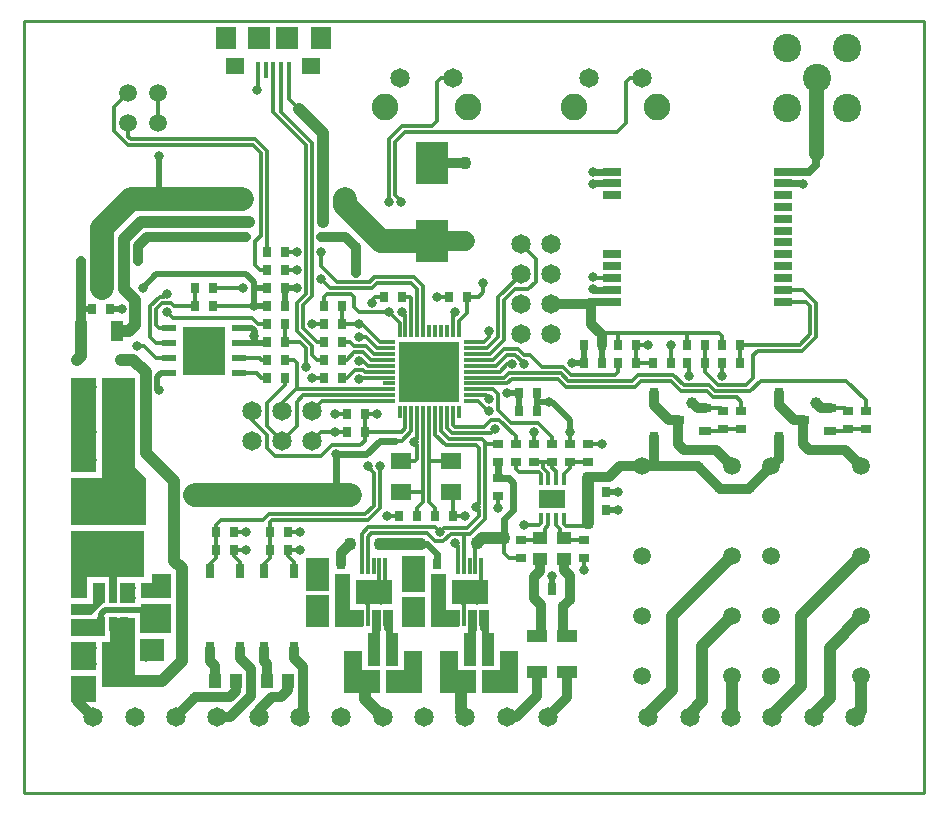
<source format=gbr>
G04 EAGLE Gerber RS-274X export*
G75*
%MOMM*%
%FSLAX34Y34*%
%LPD*%
%INTop Copper*%
%IPPOS*%
%AMOC8*
5,1,8,0,0,1.08239X$1,22.5*%
G01*
%ADD10R,0.762000X0.889000*%
%ADD11C,1.650000*%
%ADD12C,2.400000*%
%ADD13R,0.889000X0.762000*%
%ADD14R,0.635000X1.016000*%
%ADD15R,1.016000X1.778000*%
%ADD16R,1.778000X1.016000*%
%ADD17R,1.016000X0.304800*%
%ADD18R,0.304800X1.016000*%
%ADD19R,5.080000X5.080000*%
%ADD20R,0.762000X1.270000*%
%ADD21R,2.286000X1.524000*%
%ADD22R,0.304800X0.762000*%
%ADD23R,3.556000X4.064000*%
%ADD24R,1.143000X0.508000*%
%ADD25C,1.508000*%
%ADD26R,1.524000X0.700000*%
%ADD27R,1.016000X0.635000*%
%ADD28R,1.016000X1.270000*%
%ADD29R,1.270000X1.016000*%
%ADD30R,1.651000X1.397000*%
%ADD31R,1.800000X1.900000*%
%ADD32R,1.900000X1.900000*%
%ADD33R,1.600000X1.400000*%
%ADD34R,0.400000X1.400000*%
%ADD35C,2.250000*%
%ADD36R,2.794000X3.556000*%
%ADD37R,0.635000X1.143000*%
%ADD38R,3.400000X2.600000*%
%ADD39R,0.300000X1.397000*%
%ADD40C,1.006400*%
%ADD41C,0.806400*%
%ADD42C,0.304800*%
%ADD43C,0.508000*%
%ADD44C,0.812800*%
%ADD45C,0.609600*%
%ADD46C,1.106400*%
%ADD47C,1.651000*%
%ADD48C,0.762000*%
%ADD49C,2.032000*%
%ADD50C,1.016000*%
%ADD51C,0.685800*%
%ADD52C,1.270000*%
%ADD53C,0.635000*%
%ADD54C,0.254000*%

G36*
X102875Y227329D02*
X102875Y227329D01*
X102875Y227330D01*
X102875Y266700D01*
X102873Y266702D01*
X102874Y266704D01*
X93985Y275592D01*
X93985Y351790D01*
X93981Y351795D01*
X93980Y351795D01*
X66040Y351795D01*
X66035Y351791D01*
X66035Y351790D01*
X66035Y266705D01*
X39370Y266705D01*
X39365Y266701D01*
X39365Y266700D01*
X39365Y227330D01*
X39369Y227325D01*
X39370Y227325D01*
X102870Y227325D01*
X102875Y227329D01*
G37*
G36*
X53345Y165099D02*
X53345Y165099D01*
X53345Y165100D01*
X53345Y182875D01*
X101600Y182875D01*
X101605Y182879D01*
X101605Y182880D01*
X101605Y222250D01*
X101601Y222255D01*
X101600Y222255D01*
X39370Y222255D01*
X39365Y222251D01*
X39365Y222250D01*
X39365Y165100D01*
X39369Y165095D01*
X39370Y165095D01*
X53340Y165095D01*
X53345Y165099D01*
G37*
G36*
X60965Y271779D02*
X60965Y271779D01*
X60965Y271780D01*
X60965Y351790D01*
X60961Y351795D01*
X60960Y351795D01*
X39370Y351795D01*
X39365Y351791D01*
X39365Y351790D01*
X39365Y271780D01*
X39369Y271775D01*
X39370Y271775D01*
X60960Y271775D01*
X60965Y271779D01*
G37*
G36*
X93985Y90169D02*
X93985Y90169D01*
X93985Y90170D01*
X93985Y148590D01*
X93981Y148595D01*
X93980Y148595D01*
X72390Y148595D01*
X72385Y148591D01*
X72385Y148590D01*
X72385Y128275D01*
X66040Y128275D01*
X66035Y128271D01*
X66035Y128270D01*
X66035Y90170D01*
X66039Y90165D01*
X66040Y90165D01*
X93980Y90165D01*
X93985Y90169D01*
G37*
G36*
X417835Y85089D02*
X417835Y85089D01*
X417835Y85090D01*
X417835Y120650D01*
X417831Y120655D01*
X417830Y120655D01*
X402590Y120655D01*
X402585Y120651D01*
X402585Y120650D01*
X402585Y104145D01*
X387350Y104145D01*
X387345Y104141D01*
X387345Y104140D01*
X387345Y85090D01*
X387349Y85085D01*
X387350Y85085D01*
X417830Y85085D01*
X417835Y85089D01*
G37*
G36*
X336555Y85089D02*
X336555Y85089D01*
X336555Y85090D01*
X336555Y120650D01*
X336551Y120655D01*
X336550Y120655D01*
X321310Y120655D01*
X321305Y120651D01*
X321305Y120650D01*
X321305Y104145D01*
X306070Y104145D01*
X306065Y104141D01*
X306065Y104140D01*
X306065Y85090D01*
X306069Y85085D01*
X306070Y85085D01*
X336550Y85085D01*
X336555Y85089D01*
G37*
G36*
X382275Y85089D02*
X382275Y85089D01*
X382275Y85090D01*
X382275Y104140D01*
X382271Y104145D01*
X382270Y104145D01*
X367035Y104145D01*
X367035Y120650D01*
X367031Y120655D01*
X367030Y120655D01*
X351790Y120655D01*
X351785Y120651D01*
X351785Y120650D01*
X351785Y85090D01*
X351789Y85085D01*
X351790Y85085D01*
X382270Y85085D01*
X382275Y85089D01*
G37*
G36*
X300995Y85089D02*
X300995Y85089D01*
X300995Y85090D01*
X300995Y104140D01*
X300991Y104145D01*
X300990Y104145D01*
X285755Y104145D01*
X285755Y120650D01*
X285751Y120655D01*
X285750Y120655D01*
X270510Y120655D01*
X270505Y120651D01*
X270505Y120650D01*
X270505Y85090D01*
X270509Y85085D01*
X270510Y85085D01*
X300990Y85085D01*
X300995Y85089D01*
G37*
G36*
X287025Y140969D02*
X287025Y140969D01*
X287025Y140970D01*
X287025Y154940D01*
X287021Y154945D01*
X287020Y154945D01*
X275595Y154945D01*
X275595Y185420D01*
X275591Y185425D01*
X275590Y185425D01*
X262890Y185425D01*
X262885Y185421D01*
X262885Y185420D01*
X262885Y140970D01*
X262889Y140965D01*
X262890Y140965D01*
X287020Y140965D01*
X287025Y140969D01*
G37*
G36*
X368305Y140969D02*
X368305Y140969D01*
X368305Y140970D01*
X368305Y154940D01*
X368301Y154945D01*
X368300Y154945D01*
X356875Y154945D01*
X356875Y185420D01*
X356871Y185425D01*
X356870Y185425D01*
X344170Y185425D01*
X344165Y185421D01*
X344165Y185420D01*
X344165Y140970D01*
X344169Y140965D01*
X344170Y140965D01*
X368300Y140965D01*
X368305Y140969D01*
G37*
G36*
X124465Y135889D02*
X124465Y135889D01*
X124465Y135890D01*
X124465Y160020D01*
X124461Y160025D01*
X124460Y160025D01*
X99060Y160025D01*
X99055Y160021D01*
X99055Y160020D01*
X99055Y152405D01*
X97790Y152405D01*
X97785Y152401D01*
X97785Y152400D01*
X97785Y135890D01*
X97789Y135885D01*
X97790Y135885D01*
X124460Y135885D01*
X124465Y135889D01*
G37*
G36*
X392435Y160019D02*
X392435Y160019D01*
X392435Y160020D01*
X392435Y180340D01*
X392431Y180345D01*
X392430Y180345D01*
X361950Y180345D01*
X361945Y180341D01*
X361945Y180340D01*
X361945Y160020D01*
X361949Y160015D01*
X361950Y160015D01*
X392430Y160015D01*
X392435Y160019D01*
G37*
G36*
X311155Y160019D02*
X311155Y160019D01*
X311155Y160020D01*
X311155Y180340D01*
X311151Y180345D01*
X311150Y180345D01*
X280670Y180345D01*
X280665Y180341D01*
X280665Y180340D01*
X280665Y160020D01*
X280669Y160015D01*
X280670Y160015D01*
X311150Y160015D01*
X311155Y160019D01*
G37*
G36*
X339095Y170179D02*
X339095Y170179D01*
X339095Y170180D01*
X339095Y200660D01*
X339091Y200665D01*
X339090Y200665D01*
X320040Y200665D01*
X320035Y200661D01*
X320035Y200660D01*
X320035Y170180D01*
X320039Y170175D01*
X320040Y170175D01*
X339090Y170175D01*
X339095Y170179D01*
G37*
G36*
X257815Y171449D02*
X257815Y171449D01*
X257815Y171450D01*
X257815Y199390D01*
X257811Y199395D01*
X257810Y199395D01*
X238760Y199395D01*
X238755Y199391D01*
X238755Y199390D01*
X238755Y171450D01*
X238759Y171445D01*
X238760Y171445D01*
X257810Y171445D01*
X257815Y171449D01*
G37*
G36*
X60965Y104139D02*
X60965Y104139D01*
X60965Y104140D01*
X60965Y128270D01*
X60961Y128275D01*
X60960Y128275D01*
X39370Y128275D01*
X39365Y128271D01*
X39365Y128270D01*
X39365Y104140D01*
X39369Y104135D01*
X39370Y104135D01*
X60960Y104135D01*
X60965Y104139D01*
G37*
G36*
X257815Y140969D02*
X257815Y140969D01*
X257815Y140970D01*
X257815Y167640D01*
X257811Y167645D01*
X257810Y167645D01*
X238760Y167645D01*
X238755Y167641D01*
X238755Y167640D01*
X238755Y140970D01*
X238759Y140965D01*
X238760Y140965D01*
X257810Y140965D01*
X257815Y140969D01*
G37*
G36*
X339095Y140969D02*
X339095Y140969D01*
X339095Y140970D01*
X339095Y166370D01*
X339091Y166375D01*
X339090Y166375D01*
X320040Y166375D01*
X320035Y166371D01*
X320035Y166370D01*
X320035Y140970D01*
X320039Y140965D01*
X320040Y140965D01*
X339090Y140965D01*
X339095Y140969D01*
G37*
G36*
X60965Y77469D02*
X60965Y77469D01*
X60965Y77470D01*
X60965Y99060D01*
X60961Y99065D01*
X60960Y99065D01*
X39370Y99065D01*
X39365Y99061D01*
X39365Y99060D01*
X39365Y77470D01*
X39369Y77465D01*
X39370Y77465D01*
X60960Y77465D01*
X60965Y77469D01*
G37*
G36*
X124465Y165099D02*
X124465Y165099D01*
X124465Y165100D01*
X124465Y185420D01*
X124461Y185425D01*
X124460Y185425D01*
X107950Y185425D01*
X107945Y185421D01*
X107945Y185420D01*
X107945Y177805D01*
X99060Y177805D01*
X99055Y177801D01*
X99055Y177800D01*
X99055Y165100D01*
X99059Y165095D01*
X99060Y165095D01*
X124460Y165095D01*
X124465Y165099D01*
G37*
G36*
X316235Y107949D02*
X316235Y107949D01*
X316235Y107950D01*
X316235Y135890D01*
X316231Y135895D01*
X316230Y135895D01*
X312425Y135895D01*
X312425Y154940D01*
X312421Y154945D01*
X312420Y154945D01*
X304800Y154945D01*
X304795Y154941D01*
X304795Y154940D01*
X304795Y138430D01*
X304797Y138428D01*
X304796Y138426D01*
X306065Y137158D01*
X306065Y107950D01*
X306069Y107945D01*
X306070Y107945D01*
X316230Y107945D01*
X316235Y107949D01*
G37*
G36*
X397515Y107949D02*
X397515Y107949D01*
X397515Y107950D01*
X397515Y135890D01*
X397511Y135895D01*
X397510Y135895D01*
X393705Y135895D01*
X393705Y154940D01*
X393701Y154945D01*
X393700Y154945D01*
X386080Y154945D01*
X386075Y154941D01*
X386075Y154940D01*
X386075Y138430D01*
X386077Y138428D01*
X386076Y138426D01*
X387345Y137158D01*
X387345Y107950D01*
X387349Y107945D01*
X387350Y107945D01*
X397510Y107945D01*
X397515Y107949D01*
G37*
G36*
X382275Y107949D02*
X382275Y107949D01*
X382275Y107950D01*
X382275Y137158D01*
X383544Y138426D01*
X383544Y138429D01*
X383545Y138430D01*
X383545Y154940D01*
X383541Y154945D01*
X383540Y154945D01*
X375920Y154945D01*
X375915Y154941D01*
X375915Y154940D01*
X375915Y135895D01*
X372110Y135895D01*
X372105Y135891D01*
X372105Y135890D01*
X372105Y107950D01*
X372109Y107945D01*
X372110Y107945D01*
X382270Y107945D01*
X382275Y107949D01*
G37*
G36*
X300995Y107949D02*
X300995Y107949D01*
X300995Y107950D01*
X300995Y137158D01*
X302264Y138426D01*
X302264Y138429D01*
X302265Y138430D01*
X302265Y154940D01*
X302261Y154945D01*
X302260Y154945D01*
X294640Y154945D01*
X294635Y154941D01*
X294635Y154940D01*
X294635Y135895D01*
X290830Y135895D01*
X290825Y135891D01*
X290825Y135890D01*
X290825Y107950D01*
X290829Y107945D01*
X290830Y107945D01*
X300990Y107945D01*
X300995Y107949D01*
G37*
G36*
X68585Y133349D02*
X68585Y133349D01*
X68585Y133350D01*
X68585Y147320D01*
X68581Y147325D01*
X68580Y147325D01*
X39370Y147325D01*
X39365Y147321D01*
X39365Y147320D01*
X39365Y133350D01*
X39369Y133345D01*
X39370Y133345D01*
X68580Y133345D01*
X68585Y133349D01*
G37*
G36*
X118115Y111759D02*
X118115Y111759D01*
X118115Y111760D01*
X118115Y130810D01*
X118111Y130815D01*
X118110Y130815D01*
X97790Y130815D01*
X97785Y130811D01*
X97785Y130810D01*
X97785Y111760D01*
X97789Y111755D01*
X97790Y111755D01*
X118110Y111755D01*
X118115Y111759D01*
G37*
G36*
X57152Y151127D02*
X57152Y151127D01*
X57154Y151126D01*
X68584Y162556D01*
X68584Y162559D01*
X68585Y162560D01*
X68585Y177800D01*
X68581Y177805D01*
X68580Y177805D01*
X58420Y177805D01*
X58415Y177801D01*
X58415Y177800D01*
X58415Y160025D01*
X39370Y160025D01*
X39365Y160021D01*
X39365Y160020D01*
X39365Y151130D01*
X39369Y151125D01*
X39370Y151125D01*
X57150Y151125D01*
X57152Y151127D01*
G37*
G36*
X93985Y161289D02*
X93985Y161289D01*
X93985Y161290D01*
X93985Y177800D01*
X93981Y177805D01*
X93980Y177805D01*
X81280Y177805D01*
X81275Y177801D01*
X81275Y177800D01*
X81275Y161290D01*
X81279Y161285D01*
X81280Y161285D01*
X93980Y161285D01*
X93985Y161289D01*
G37*
D10*
X419100Y323850D03*
X434340Y323850D03*
X72390Y410210D03*
X57150Y410210D03*
X473710Y379730D03*
X488950Y379730D03*
X473710Y364490D03*
X488950Y364490D03*
X547370Y364490D03*
X532130Y364490D03*
X419100Y339090D03*
X434340Y339090D03*
X492760Y240030D03*
X477520Y240030D03*
X492760Y255270D03*
X477520Y255270D03*
X269240Y397510D03*
X254000Y397510D03*
X205740Y427990D03*
X220980Y427990D03*
X205740Y412750D03*
X220980Y412750D03*
X317500Y234950D03*
X332740Y234950D03*
X363220Y234950D03*
X347980Y234950D03*
X304800Y420370D03*
X320040Y420370D03*
X254000Y351790D03*
X269240Y351790D03*
X273050Y321310D03*
X288290Y321310D03*
D11*
X218440Y298450D03*
X193040Y323850D03*
X193040Y298450D03*
X243840Y323850D03*
X243840Y298450D03*
X218440Y323850D03*
X420370Y388620D03*
X445770Y464820D03*
X445770Y439420D03*
X420370Y464820D03*
X420370Y439420D03*
X420370Y414020D03*
X445770Y414020D03*
X445770Y388620D03*
D12*
X671000Y605790D03*
X645600Y631190D03*
X645600Y580390D03*
X696400Y580390D03*
X696400Y631190D03*
D11*
X443500Y64770D03*
X408500Y64770D03*
X373500Y64770D03*
X338500Y64770D03*
X303500Y64770D03*
X268500Y64770D03*
X233500Y64770D03*
X198500Y64770D03*
X163500Y64770D03*
X128500Y64770D03*
X93500Y64770D03*
X58500Y64770D03*
X703500Y64770D03*
X668500Y64770D03*
X633500Y64770D03*
X598500Y64770D03*
X563500Y64770D03*
X528500Y64770D03*
D13*
X81915Y367030D03*
X45085Y367030D03*
D10*
X638810Y301625D03*
X638810Y338455D03*
D13*
X81915Y95250D03*
X45085Y95250D03*
X81915Y344170D03*
X45085Y344170D03*
D14*
X437540Y149860D03*
X456540Y149860D03*
X447040Y172720D03*
D10*
X533400Y301625D03*
X533400Y338455D03*
D15*
X78740Y391160D03*
X48260Y391160D03*
D16*
X434340Y102870D03*
X434340Y133350D03*
X459740Y102870D03*
X459740Y133350D03*
D17*
X308610Y381870D03*
X308610Y376870D03*
X308610Y371870D03*
X308610Y366870D03*
X308610Y361870D03*
X308610Y356870D03*
X308610Y351870D03*
X308610Y346870D03*
X308610Y341870D03*
X308610Y336870D03*
X308610Y331870D03*
D18*
X317900Y322580D03*
X322900Y322580D03*
X327900Y322580D03*
X332900Y322580D03*
X337900Y322580D03*
X342900Y322580D03*
X347900Y322580D03*
X352900Y322580D03*
X357900Y322580D03*
X362900Y322580D03*
X367900Y322580D03*
D17*
X377190Y331870D03*
X377190Y336870D03*
X377190Y341870D03*
X377190Y346870D03*
X377190Y351870D03*
X377190Y356870D03*
X377190Y361870D03*
X377190Y366870D03*
X377190Y371870D03*
X377190Y376870D03*
X377190Y381870D03*
D18*
X367900Y391160D03*
X362900Y391160D03*
X357900Y391160D03*
X352900Y391160D03*
X347900Y391160D03*
X342900Y391160D03*
X337900Y391160D03*
X332900Y391160D03*
X327900Y391160D03*
X322900Y391160D03*
X317900Y391160D03*
D19*
X342900Y356870D03*
D20*
X157480Y121940D03*
X182880Y121940D03*
X182880Y187940D03*
X157480Y187940D03*
X203200Y121940D03*
X228600Y121940D03*
X228600Y187940D03*
X203200Y187940D03*
D21*
X447040Y248920D03*
D22*
X456790Y264160D03*
X450290Y264160D03*
X443790Y264160D03*
X437290Y264160D03*
X437290Y233680D03*
X443790Y233680D03*
X450290Y233680D03*
X456790Y233680D03*
D23*
X152400Y374650D03*
D24*
X122555Y393700D03*
X122555Y381000D03*
X122555Y368300D03*
X122555Y355600D03*
X182245Y355600D03*
X182245Y368300D03*
X182245Y381000D03*
X182245Y393700D03*
D25*
X113700Y567690D03*
X88300Y567690D03*
X113700Y593090D03*
X88300Y593090D03*
D26*
X642620Y416210D03*
X642620Y426210D03*
X642620Y436210D03*
X642620Y446210D03*
X642620Y456210D03*
X642620Y466210D03*
X642620Y476210D03*
X642620Y486210D03*
X642620Y496210D03*
X642620Y506210D03*
X642620Y516210D03*
X642620Y526210D03*
X497840Y526210D03*
X497840Y516210D03*
X497840Y506210D03*
X497840Y456210D03*
X497840Y446210D03*
X497840Y436210D03*
X497840Y426210D03*
X497840Y416210D03*
D27*
X576580Y306730D03*
X576580Y325730D03*
X553720Y316230D03*
X681990Y306730D03*
X681990Y325730D03*
X659130Y316230D03*
D10*
X273050Y306070D03*
X288290Y306070D03*
X205740Y367030D03*
X220980Y367030D03*
X205740Y351790D03*
X220980Y351790D03*
X205740Y397510D03*
X220980Y397510D03*
X205740Y382270D03*
X220980Y382270D03*
X254000Y382270D03*
X269240Y382270D03*
D28*
X179070Y95250D03*
X161290Y95250D03*
D10*
X177800Y220980D03*
X162560Y220980D03*
D28*
X223520Y95250D03*
X205740Y95250D03*
D10*
X223520Y220980D03*
X208280Y220980D03*
D13*
X462280Y295910D03*
X462280Y280670D03*
X477520Y295910D03*
X477520Y280670D03*
D10*
X254000Y367030D03*
X269240Y367030D03*
D13*
X431800Y295910D03*
X431800Y280670D03*
X447040Y295910D03*
X447040Y280670D03*
X416560Y295910D03*
X416560Y280670D03*
X473710Y199390D03*
X473710Y214630D03*
D29*
X457200Y198120D03*
X457200Y215900D03*
X436880Y198120D03*
X436880Y215900D03*
D13*
X420370Y199390D03*
X420370Y214630D03*
X607060Y308610D03*
X607060Y323850D03*
X591820Y323850D03*
X591820Y308610D03*
X712470Y308610D03*
X712470Y323850D03*
D10*
X590550Y364490D03*
X605790Y364490D03*
D13*
X697230Y323850D03*
X697230Y308610D03*
D10*
X220980Y458470D03*
X205740Y458470D03*
X220980Y443230D03*
X205740Y443230D03*
X269240Y412750D03*
X254000Y412750D03*
X160020Y427990D03*
X144780Y427990D03*
X160020Y412750D03*
X144780Y412750D03*
X605790Y379730D03*
X590550Y379730D03*
X561340Y364490D03*
X576580Y364490D03*
X576580Y379730D03*
X561340Y379730D03*
X518160Y364490D03*
X502920Y364490D03*
X518160Y379730D03*
X502920Y379730D03*
D30*
X319405Y254635D03*
X361315Y254635D03*
X361315Y281305D03*
X319405Y281305D03*
D31*
X251000Y639550D03*
D32*
X223000Y639550D03*
D31*
X171000Y639550D03*
D32*
X199000Y639550D03*
D33*
X243000Y615550D03*
X179000Y615550D03*
D34*
X211000Y612550D03*
X217500Y612550D03*
X224000Y612550D03*
X204500Y612550D03*
X198000Y612550D03*
D11*
X363500Y605790D03*
X318500Y605790D03*
D35*
X376000Y580790D03*
X306000Y580790D03*
D11*
X523500Y605790D03*
X478500Y605790D03*
D35*
X536000Y580790D03*
X466000Y580790D03*
D36*
X345440Y467360D03*
X345440Y533400D03*
D10*
X359410Y420370D03*
X374650Y420370D03*
D37*
X65430Y142875D03*
X74930Y142875D03*
X84430Y142875D03*
X84430Y167005D03*
X74930Y167005D03*
X65430Y167005D03*
D15*
X48260Y119380D03*
X78740Y119380D03*
X48260Y281940D03*
X78740Y281940D03*
X48260Y306070D03*
X78740Y306070D03*
D38*
X74930Y253790D03*
X74930Y195790D03*
D13*
X46990Y170180D03*
X46990Y154940D03*
D10*
X55880Y325120D03*
X71120Y325120D03*
D13*
X102870Y125730D03*
X102870Y140970D03*
X118110Y170180D03*
X118110Y154940D03*
X102870Y154940D03*
X102870Y170180D03*
D25*
X523240Y276860D03*
X599440Y149860D03*
X599440Y276860D03*
X523240Y149860D03*
X523240Y200660D03*
X599440Y200660D03*
X523240Y99060D03*
X599440Y99060D03*
X632460Y276860D03*
X708660Y149860D03*
X708660Y276860D03*
X632460Y149860D03*
X632460Y200660D03*
X708660Y200660D03*
X632460Y99060D03*
X708660Y99060D03*
D10*
X377190Y129540D03*
X392430Y129540D03*
X361950Y114300D03*
X377190Y114300D03*
X407670Y114300D03*
X392430Y114300D03*
D15*
X400050Y95250D03*
X369570Y95250D03*
D10*
X177800Y205740D03*
X162560Y205740D03*
X223520Y205740D03*
X208280Y205740D03*
X334010Y161290D03*
X349250Y161290D03*
X334010Y146050D03*
X349250Y146050D03*
D13*
X401320Y266700D03*
X401320Y251460D03*
X401320Y280670D03*
X401320Y295910D03*
D10*
X349250Y194310D03*
X334010Y194310D03*
D28*
X332740Y177800D03*
X350520Y177800D03*
D15*
X288290Y95250D03*
X318770Y95250D03*
D10*
X311150Y114300D03*
X326390Y114300D03*
X295910Y114300D03*
X280670Y114300D03*
X295910Y129540D03*
X311150Y129540D03*
X252730Y146050D03*
X267970Y146050D03*
X252730Y161290D03*
X267970Y161290D03*
D28*
X251460Y177800D03*
X269240Y177800D03*
D10*
X267970Y194310D03*
X252730Y194310D03*
D39*
X305910Y192405D03*
X300910Y192405D03*
X295910Y192405D03*
X290910Y192405D03*
X285910Y192405D03*
X285910Y147955D03*
X290910Y147955D03*
X295910Y147955D03*
X300910Y147955D03*
X305910Y147955D03*
X387190Y192405D03*
X382190Y192405D03*
X377190Y192405D03*
X372190Y192405D03*
X367190Y192405D03*
X367190Y147955D03*
X372190Y147955D03*
X377190Y147955D03*
X382190Y147955D03*
X387190Y147955D03*
D40*
X565150Y330200D03*
X670560Y330200D03*
D41*
X447040Y184150D03*
X307340Y234950D03*
X373380Y234950D03*
D42*
X317500Y234950D02*
X307340Y234950D01*
X363220Y234950D02*
X373380Y234950D01*
X363220Y234950D02*
X363220Y252730D01*
X361315Y254635D01*
D41*
X431800Y306070D03*
D42*
X431800Y295910D01*
X384410Y331870D02*
X377190Y331870D01*
D41*
X393700Y323850D03*
D42*
X392430Y323850D01*
X384410Y331870D01*
X437290Y233680D02*
X437290Y229010D01*
D41*
X422910Y227330D03*
D42*
X435610Y227330D02*
X437290Y229010D01*
X435610Y227330D02*
X422910Y227330D01*
D41*
X233680Y205740D03*
X187960Y205740D03*
X330200Y297180D03*
D42*
X332900Y299880D02*
X332900Y322580D01*
X332900Y299880D02*
X330200Y297180D01*
X332820Y294560D01*
X330835Y281305D02*
X319405Y281305D01*
X332820Y283290D02*
X332820Y294560D01*
X332820Y283290D02*
X330835Y281305D01*
D41*
X262890Y321310D03*
D42*
X273050Y321310D01*
D41*
X393700Y391160D03*
D42*
X389490Y381870D02*
X377190Y381870D01*
X393700Y386080D02*
X393700Y391160D01*
X393700Y386080D02*
X389490Y381870D01*
D41*
X502920Y255270D03*
D43*
X447040Y184150D02*
X447040Y172720D01*
D44*
X570230Y325730D02*
X576580Y325730D01*
X570230Y325730D02*
X565760Y330200D01*
X565150Y330200D01*
D41*
X82550Y410210D03*
X283210Y365760D03*
D42*
X290910Y361870D02*
X308610Y361870D01*
X287020Y365760D02*
X283210Y365760D01*
X287020Y365760D02*
X290910Y361870D01*
D41*
X243840Y351790D03*
D42*
X254000Y351790D01*
D41*
X152400Y374650D03*
X447040Y248920D03*
X231140Y427990D03*
X320040Y407670D03*
D42*
X322900Y404810D02*
X322900Y391160D01*
X322900Y404810D02*
X320040Y407670D01*
D41*
X243840Y397510D03*
X294640Y415290D03*
D42*
X297180Y420370D02*
X304800Y420370D01*
X297180Y420370D02*
X294640Y417830D01*
X294640Y415290D01*
D41*
X364490Y407670D03*
D42*
X362900Y406080D02*
X362900Y391160D01*
X362900Y406080D02*
X364490Y407670D01*
D41*
X463550Y364490D03*
X196850Y595630D03*
D42*
X243840Y397510D02*
X254000Y397510D01*
D41*
X481330Y525780D03*
X481330Y515620D03*
X659130Y515620D03*
X481330Y426720D03*
D45*
X481760Y526210D02*
X497840Y526210D01*
X481760Y526210D02*
X481330Y525780D01*
X481920Y516210D02*
X497840Y516210D01*
X481920Y516210D02*
X481330Y515620D01*
X481840Y426210D02*
X497840Y426210D01*
X481840Y426210D02*
X481330Y426720D01*
X642620Y516210D02*
X658540Y516210D01*
X659130Y515620D01*
D42*
X198000Y596780D02*
X198000Y612550D01*
X198000Y596780D02*
X196850Y595630D01*
D46*
X373380Y533400D03*
D44*
X345440Y533400D01*
D41*
X547370Y379730D03*
D42*
X547370Y364490D01*
D43*
X220980Y412750D02*
X220980Y427990D01*
X231140Y427990D01*
X473710Y379730D02*
X473710Y364490D01*
X463550Y364490D01*
X419100Y339090D02*
X419100Y323850D01*
X492760Y255270D02*
X502920Y255270D01*
D41*
X349250Y420370D03*
X473710Y189230D03*
D42*
X473710Y199390D01*
D41*
X171450Y640080D03*
D42*
X171450Y640000D01*
X171000Y639550D01*
D41*
X199390Y640080D03*
D42*
X199000Y639690D01*
X199000Y639550D01*
D41*
X223520Y640080D03*
D42*
X223520Y640070D01*
X223000Y639550D01*
D41*
X251460Y640080D03*
D42*
X251000Y639620D01*
X251000Y639550D01*
D41*
X179070Y614680D03*
D42*
X179000Y614750D01*
X179000Y615550D01*
D41*
X242570Y614680D03*
D42*
X243000Y615110D01*
X243000Y615550D01*
D41*
X342900Y356870D03*
X57150Y344170D03*
X45720Y325120D03*
X57150Y306070D03*
X57150Y281940D03*
X90170Y173990D03*
X90170Y165100D03*
X113030Y125730D03*
X57150Y123190D03*
X57150Y109220D03*
D43*
X72390Y410210D02*
X82550Y410210D01*
D42*
X576580Y325730D02*
X589940Y325730D01*
X591820Y323850D01*
X681990Y325730D02*
X695350Y325730D01*
X697230Y323850D01*
D44*
X681990Y325730D02*
X675030Y325730D01*
X670560Y330200D01*
D41*
X502920Y240030D03*
D43*
X492760Y240030D01*
D41*
X408940Y339090D03*
D43*
X419100Y339090D01*
D41*
X242570Y161290D03*
X242570Y146050D03*
X323850Y161290D03*
X323850Y146050D03*
X289560Y176530D03*
X289560Y163830D03*
X302260Y163830D03*
X302260Y176530D03*
D42*
X290910Y163830D02*
X290910Y147955D01*
X290910Y163830D02*
X289560Y163830D01*
X300910Y176530D02*
X300910Y192405D01*
X300910Y176530D02*
X302260Y176530D01*
X305910Y176530D02*
X305910Y192405D01*
X305910Y176530D02*
X302260Y176530D01*
D41*
X370840Y176530D03*
X383540Y176530D03*
X370840Y163830D03*
X383540Y163830D03*
D42*
X372190Y162480D02*
X372190Y147955D01*
X372190Y162480D02*
X370840Y163830D01*
X387190Y177640D02*
X387190Y192405D01*
X387190Y177640D02*
X386080Y176530D01*
X383540Y176530D01*
X187960Y205740D02*
X177800Y205740D01*
X177800Y200660D01*
X182880Y195580D02*
X182880Y187940D01*
X182880Y195580D02*
X177800Y200660D01*
X223520Y200660D02*
X223520Y205740D01*
X228600Y195580D02*
X228600Y187940D01*
X228600Y195580D02*
X223520Y200660D01*
X223520Y205740D02*
X233680Y205740D01*
X349250Y420370D02*
X359410Y420370D01*
D41*
X102870Y115570D03*
X231140Y443230D03*
D42*
X220980Y443230D01*
D41*
X114300Y341630D03*
D43*
X115570Y355600D02*
X122555Y355600D01*
X115570Y355600D02*
X112522Y352552D01*
X112522Y343408D02*
X114300Y341630D01*
X112522Y343408D02*
X112522Y352552D01*
D41*
X481330Y436880D03*
D42*
X482000Y436210D02*
X497840Y436210D01*
X482000Y436210D02*
X481330Y436880D01*
X518160Y379730D02*
X518160Y364490D01*
X532130Y364490D01*
D41*
X528320Y379730D03*
D42*
X518160Y379730D01*
D41*
X393700Y334010D03*
D42*
X390840Y336870D02*
X377190Y336870D01*
X390840Y336870D02*
X393700Y334010D01*
D41*
X462280Y306070D03*
D42*
X462280Y295910D01*
D46*
X477520Y228600D03*
D42*
X456790Y227740D02*
X456790Y233680D01*
X474980Y226060D02*
X477520Y228600D01*
X458470Y226060D02*
X456790Y227740D01*
X458470Y226060D02*
X474980Y226060D01*
X327900Y306310D02*
X327900Y322580D01*
X327900Y306310D02*
X320040Y298450D01*
D41*
X308610Y407670D03*
D42*
X317900Y398380D02*
X317900Y391160D01*
X317900Y398380D02*
X308610Y407670D01*
X367900Y399650D02*
X367900Y391160D01*
X367900Y399650D02*
X374650Y406400D01*
X113700Y567690D02*
X113700Y593090D01*
X283210Y407670D02*
X308610Y407670D01*
X283210Y407670D02*
X279400Y411480D01*
X279400Y420370D01*
X276860Y422910D02*
X256540Y422910D01*
X254000Y420370D01*
X254000Y412750D01*
X276860Y422910D02*
X279400Y420370D01*
D46*
X184150Y502920D03*
X271780Y502920D03*
X477520Y266700D03*
D41*
X114300Y539750D03*
X302260Y467360D03*
D46*
X373380Y467360D03*
D47*
X345440Y467360D01*
D43*
X434340Y339090D02*
X434340Y331470D01*
D41*
X388620Y431800D03*
D43*
X434340Y331470D02*
X434340Y323850D01*
D48*
X118110Y170180D02*
X102870Y170180D01*
D41*
X114300Y180340D03*
D46*
X95250Y252730D03*
X66040Y427990D03*
D49*
X66040Y478790D01*
D46*
X85090Y325120D03*
D44*
X495300Y267970D02*
X504190Y276860D01*
X523240Y276860D01*
X495300Y267970D02*
X478790Y267970D01*
X477520Y266700D01*
X523240Y276860D02*
X533400Y276860D01*
X570230Y276860D01*
X613410Y257810D02*
X632460Y276860D01*
X589280Y257810D02*
X570230Y276860D01*
X589280Y257810D02*
X613410Y257810D01*
X533400Y276860D02*
X533400Y301625D01*
X638810Y301625D02*
X638810Y283210D01*
X632460Y276860D01*
D41*
X262890Y306070D03*
D46*
X406400Y215900D03*
D50*
X477520Y255270D02*
X477520Y266700D01*
X477520Y255270D02*
X477520Y240030D01*
X477520Y228600D01*
D43*
X462280Y306070D02*
X462280Y316230D01*
D41*
X444500Y331470D03*
D43*
X434340Y331470D01*
X447040Y331470D02*
X462280Y316230D01*
X447040Y331470D02*
X444500Y331470D01*
D42*
X205740Y382270D02*
X204470Y381000D01*
D41*
X264160Y287020D03*
D45*
X289560Y287020D01*
X300990Y298450D01*
X313690Y298450D01*
D42*
X320040Y298450D01*
X273050Y306070D02*
X262890Y306070D01*
X251460Y306070D01*
X243840Y298450D01*
X374650Y406400D02*
X374650Y420370D01*
X384810Y420370D01*
X388620Y424180D02*
X388620Y431800D01*
X388620Y424180D02*
X384810Y420370D01*
D46*
X144780Y252730D03*
X383540Y212090D03*
D45*
X414020Y240030D02*
X414020Y262890D01*
X410210Y266700D01*
X401320Y266700D01*
X401320Y280670D01*
D46*
X335280Y210820D03*
D50*
X383540Y212090D02*
X387350Y215900D01*
X406400Y215900D01*
D45*
X406400Y232410D01*
X414020Y240030D01*
D46*
X300990Y210820D03*
D50*
X335280Y210820D01*
D46*
X275590Y252730D03*
D42*
X382190Y210740D02*
X382190Y192405D01*
X382190Y210740D02*
X383540Y212090D01*
D41*
X187960Y220980D03*
X233680Y220980D03*
X187960Y252730D03*
X233680Y252730D03*
D46*
X275590Y210820D03*
D44*
X267970Y203200D02*
X267970Y194310D01*
X267970Y203200D02*
X275590Y210820D01*
D42*
X410210Y199390D02*
X420370Y199390D01*
X406400Y203200D02*
X406400Y215900D01*
X406400Y203200D02*
X410210Y199390D01*
D41*
X95250Y378460D03*
D43*
X182245Y381000D02*
X195580Y381000D01*
X204470Y381000D01*
X195580Y386080D02*
X194310Y387350D01*
X195580Y386080D02*
X195580Y381000D01*
D42*
X122555Y368300D02*
X111760Y368300D01*
X101600Y378460D02*
X95250Y378460D01*
X101600Y378460D02*
X111760Y368300D01*
D41*
X194310Y387350D03*
D43*
X193040Y393700D02*
X182245Y393700D01*
X193040Y393700D02*
X195580Y391160D01*
X195580Y386080D01*
D41*
X194310Y412750D03*
D43*
X205740Y412750D01*
D49*
X271780Y497840D02*
X302260Y467360D01*
X271780Y497840D02*
X271780Y502920D01*
X302260Y467360D02*
X345440Y467360D01*
X90170Y502920D02*
X66040Y478790D01*
X90170Y502920D02*
X113030Y502920D01*
X184150Y502920D01*
D43*
X114300Y504190D02*
X114300Y539750D01*
X114300Y504190D02*
X113030Y502920D01*
D41*
X100330Y427990D03*
D43*
X194310Y427990D02*
X194310Y412750D01*
X194310Y427990D02*
X194310Y433070D01*
X111760Y439420D02*
X100330Y427990D01*
X187960Y439420D02*
X194310Y433070D01*
X187960Y439420D02*
X111760Y439420D01*
X194310Y427990D02*
X205740Y427990D01*
D42*
X194310Y412750D02*
X160020Y412750D01*
D45*
X335280Y210820D02*
X341181Y210820D01*
X349250Y202751D02*
X349250Y194310D01*
X349250Y202751D02*
X341181Y210820D01*
D42*
X187960Y220980D02*
X177800Y220980D01*
X223520Y220980D02*
X233680Y220980D01*
D49*
X187960Y252730D02*
X144780Y252730D01*
X187960Y252730D02*
X233680Y252730D01*
X264160Y252730D02*
X275590Y252730D01*
X264160Y252730D02*
X233680Y252730D01*
D45*
X264160Y252730D02*
X264160Y287020D01*
D42*
X220980Y382270D02*
X220980Y397510D01*
X251860Y331870D02*
X243840Y323850D01*
X251860Y331870D02*
X308610Y331870D01*
D41*
X238760Y360680D03*
D42*
X233282Y382270D02*
X220980Y382270D01*
X238760Y376792D02*
X238760Y360680D01*
X238760Y376792D02*
X233282Y382270D01*
X231140Y311150D02*
X218440Y298450D01*
X236540Y336870D02*
X308610Y336870D01*
X236540Y336870D02*
X231140Y331470D01*
X231140Y311150D01*
X218440Y298450D02*
X205740Y311150D01*
X220980Y345440D02*
X220980Y351790D01*
X205740Y330200D02*
X205740Y311150D01*
X205740Y330200D02*
X220980Y345440D01*
X337900Y322580D02*
X337900Y254635D01*
X319405Y254635D01*
X337900Y254635D02*
X337900Y246460D01*
X332740Y241300D01*
X332740Y234950D01*
X342900Y281305D02*
X342900Y322580D01*
X342900Y281305D02*
X361315Y281305D01*
X342900Y281305D02*
X342900Y246380D01*
X347980Y241300D01*
X347980Y234950D01*
X308610Y371870D02*
X296150Y371870D01*
X289560Y378460D01*
X279400Y378460D01*
X275590Y382270D01*
X269240Y382270D01*
X293530Y366870D02*
X308610Y366870D01*
X287020Y373380D02*
X279400Y373380D01*
X273050Y367030D01*
X269240Y367030D01*
X287020Y373380D02*
X293530Y366870D01*
X218440Y330200D02*
X218440Y323850D01*
X218440Y330200D02*
X230110Y341870D01*
X231140Y341870D01*
X308610Y341870D01*
X228600Y367030D02*
X220980Y367030D01*
X228600Y367030D02*
X231140Y364490D01*
X231140Y341870D01*
X326390Y420370D02*
X327900Y418860D01*
X326390Y420370D02*
X320040Y420370D01*
X327900Y418860D02*
X327900Y391160D01*
D41*
X283210Y350520D03*
D42*
X284560Y351870D02*
X308610Y351870D01*
X284560Y351870D02*
X283210Y350520D01*
D41*
X283210Y386080D03*
D42*
X298770Y376870D02*
X308610Y376870D01*
X289560Y386080D02*
X283210Y386080D01*
X289560Y386080D02*
X298770Y376870D01*
D41*
X187960Y471170D03*
X96520Y450850D03*
X48260Y450850D03*
D44*
X104140Y471170D02*
X187960Y471170D01*
X104140Y471170D02*
X96520Y463550D01*
X96520Y450850D01*
D50*
X48260Y370205D02*
X45085Y367030D01*
X48260Y370205D02*
X48260Y391160D01*
D41*
X280670Y440690D03*
X251460Y471170D03*
D44*
X280670Y462280D02*
X280670Y440690D01*
X280670Y462280D02*
X271780Y471170D01*
X251460Y471170D01*
X48260Y450850D02*
X48260Y410210D01*
D43*
X57150Y410210D01*
D44*
X48260Y410210D02*
X48260Y391160D01*
D42*
X288290Y356870D02*
X308610Y356870D01*
X288290Y356870D02*
X287020Y358140D01*
X280099Y358140D01*
X273749Y351790D02*
X269240Y351790D01*
X273749Y351790D02*
X280099Y358140D01*
X605790Y364490D02*
X605790Y379730D01*
X656590Y379730D01*
X665480Y388620D01*
X665480Y412750D01*
X662020Y416210D02*
X642620Y416210D01*
X662020Y416210D02*
X665480Y412750D01*
X576580Y379730D02*
X576580Y364490D01*
X658694Y374650D02*
X670560Y386516D01*
X659640Y426210D02*
X642620Y426210D01*
X670560Y415290D02*
X670560Y386516D01*
X670560Y415290D02*
X659640Y426210D01*
X617220Y351790D02*
X610870Y345440D01*
X617220Y351790D02*
X617220Y370840D01*
X610870Y345440D02*
X588010Y345440D01*
X617220Y370840D02*
X621030Y374650D01*
X658694Y374650D01*
X588010Y345440D02*
X587978Y345472D01*
X587407Y345472D01*
X576580Y356299D01*
X576580Y364490D01*
D46*
X480060Y414020D03*
D51*
X482250Y416210D02*
X497840Y416210D01*
X482250Y416210D02*
X480060Y414020D01*
D44*
X445770Y414020D01*
D42*
X588010Y389890D02*
X590550Y387350D01*
X590550Y379730D01*
X588010Y389890D02*
X561340Y389890D01*
X561340Y379730D01*
X561340Y389890D02*
X502920Y389890D01*
X502920Y379730D01*
D43*
X488950Y379730D02*
X488950Y364490D01*
D44*
X480060Y397510D02*
X480060Y414020D01*
X488950Y388620D02*
X488950Y379730D01*
X487045Y390525D02*
X480060Y397510D01*
X487045Y390525D02*
X488950Y388620D01*
D42*
X487680Y389890D02*
X502920Y389890D01*
X487680Y389890D02*
X487045Y390525D01*
X347900Y322580D02*
X347900Y303610D01*
X356870Y294640D01*
D41*
X364490Y212090D03*
D42*
X367190Y209390D02*
X367190Y192405D01*
X367190Y209390D02*
X364490Y212090D01*
X375086Y224790D02*
X384810Y234514D01*
D41*
X351790Y220980D03*
D42*
X355600Y224790D02*
X375086Y224790D01*
X355600Y224790D02*
X351790Y220980D01*
X285910Y219434D02*
X285910Y192405D01*
X285910Y219434D02*
X291551Y225076D01*
D41*
X401320Y241300D03*
D42*
X401320Y251460D01*
D41*
X382270Y242570D03*
D42*
X384810Y292100D02*
X382270Y294640D01*
X384810Y245110D02*
X382270Y242570D01*
X382270Y294640D02*
X356870Y294640D01*
X384810Y292100D02*
X384810Y245110D01*
X384810Y240030D02*
X384810Y234514D01*
X384810Y240030D02*
X382270Y242570D01*
X351790Y220980D02*
X347694Y225076D01*
X291551Y225076D01*
X352900Y306230D02*
X352900Y322580D01*
X352900Y306230D02*
X359410Y299720D01*
X372190Y219710D02*
X372190Y192405D01*
X377190Y219710D02*
X389890Y232410D01*
X377190Y219710D02*
X372190Y219710D01*
X361379Y219710D01*
X290910Y217250D02*
X290910Y192405D01*
X389890Y232410D02*
X389890Y295910D01*
X389890Y297180D01*
X387350Y299720D01*
X359410Y299720D01*
X389890Y295910D02*
X401320Y295910D01*
X355061Y213392D02*
X347948Y213392D01*
X341344Y219996D01*
X355061Y213392D02*
X361379Y219710D01*
X293656Y219996D02*
X290910Y217250D01*
X293656Y219996D02*
X341344Y219996D01*
D44*
X58500Y64770D02*
X45085Y78185D01*
X45085Y95250D01*
D42*
X88066Y548640D02*
X76200Y560506D01*
X76200Y580990D02*
X88300Y593090D01*
X76200Y580990D02*
X76200Y560506D01*
X88066Y548640D02*
X193476Y548640D01*
X200243Y541873D01*
X200243Y472023D01*
X195580Y467360D01*
X195580Y447040D01*
X199390Y443230D01*
X205740Y443230D01*
X88300Y555590D02*
X88300Y567690D01*
X88300Y555590D02*
X90170Y553720D01*
X195580Y553720D01*
X205740Y543560D02*
X205740Y458470D01*
X205740Y543560D02*
X195580Y553720D01*
X377190Y351870D02*
X406480Y351870D01*
X410210Y355600D01*
X454525Y355600D02*
X460875Y349250D01*
X454525Y355600D02*
X410210Y355600D01*
X460875Y349250D02*
X514350Y349250D01*
X519430Y354330D01*
X549474Y354330D01*
X580223Y345472D02*
X585335Y340360D01*
X558332Y345472D02*
X549474Y354330D01*
X558332Y345472D02*
X580223Y345472D01*
X712470Y332740D02*
X712470Y323850D01*
X614680Y340360D02*
X585335Y340360D01*
X614680Y340360D02*
X623570Y349250D01*
X695960Y349250D01*
X712470Y332740D01*
D44*
X638810Y328930D02*
X638810Y338455D01*
X651510Y316230D02*
X659130Y316230D01*
X651510Y316230D02*
X638810Y328930D01*
X659130Y316230D02*
X659130Y295910D01*
X664210Y290830D01*
X694690Y290830D01*
X708660Y276860D01*
X533400Y328930D02*
X533400Y338455D01*
X546100Y316230D02*
X553720Y316230D01*
X546100Y316230D02*
X533400Y328930D01*
X553720Y316230D02*
X553720Y295910D01*
X558800Y290830D01*
X585470Y290830D01*
X599440Y276860D01*
D42*
X447040Y280670D02*
X439420Y280670D01*
X431800Y280670D01*
X443790Y271220D02*
X443790Y264160D01*
X443790Y271220D02*
X439420Y275590D01*
X439420Y280670D01*
X450290Y272340D02*
X450290Y264160D01*
X447040Y275590D02*
X447040Y280670D01*
X447040Y275590D02*
X450290Y272340D01*
X462280Y280670D02*
X477520Y280670D01*
X456790Y270100D02*
X456790Y264160D01*
X462280Y275590D02*
X462280Y280670D01*
X462280Y275590D02*
X456790Y270100D01*
X437290Y270100D02*
X437290Y264160D01*
X437290Y270100D02*
X435610Y271780D01*
X419100Y271780D01*
X416560Y274320D02*
X416560Y280670D01*
X416560Y274320D02*
X419100Y271780D01*
D44*
X457200Y198120D02*
X457200Y189230D01*
X456540Y158090D02*
X456540Y149860D01*
X462280Y184150D02*
X457200Y189230D01*
X462280Y184150D02*
X462280Y163830D01*
X456540Y158090D01*
X456540Y149860D02*
X456540Y136550D01*
X459740Y133350D01*
X436880Y187960D02*
X436880Y198120D01*
X436880Y187960D02*
X431800Y182880D01*
X431800Y165100D01*
X437540Y159360D02*
X437540Y149860D01*
X437540Y159360D02*
X431800Y165100D01*
X437540Y149860D02*
X437540Y136550D01*
X434340Y133350D01*
D42*
X450290Y226620D02*
X450290Y233680D01*
X450290Y226620D02*
X453390Y223520D01*
X453390Y219710D01*
X457200Y215900D01*
X458470Y214630D02*
X473710Y214630D01*
X458470Y214630D02*
X457200Y215900D01*
X443790Y226620D02*
X443790Y233680D01*
X443790Y226620D02*
X440690Y223520D01*
X440690Y219710D01*
X436880Y215900D01*
X435610Y214630D02*
X420370Y214630D01*
X435610Y214630D02*
X436880Y215900D01*
X357900Y308850D02*
X357900Y322580D01*
X357900Y308850D02*
X361950Y304800D01*
D41*
X488950Y295910D03*
D42*
X477520Y295910D01*
D41*
X398780Y308610D03*
D42*
X394970Y304800D02*
X361950Y304800D01*
X394970Y304800D02*
X398780Y308610D01*
X362900Y311470D02*
X362900Y322580D01*
X362900Y311470D02*
X364490Y309880D01*
X389319Y309880D01*
X395637Y316198D01*
X416560Y302079D02*
X416560Y295910D01*
X416560Y302079D02*
X402441Y316198D01*
X395637Y316198D01*
X401320Y337820D02*
X397270Y341870D01*
X377190Y341870D01*
X401320Y337820D02*
X401320Y324504D01*
X412166Y313658D02*
X434943Y313658D01*
X447040Y301561D01*
X447040Y295910D01*
X412166Y313658D02*
X401320Y324504D01*
X254000Y382270D02*
X247650Y382270D01*
X236220Y393700D01*
X236220Y413186D02*
X243840Y420806D01*
X236220Y413186D02*
X236220Y393700D01*
X243840Y420806D02*
X243840Y550744D01*
X217500Y577084D02*
X217500Y612550D01*
X217500Y577084D02*
X243840Y550744D01*
X231140Y415290D02*
X231140Y391596D01*
X231140Y415290D02*
X238760Y422910D01*
X243840Y370840D02*
X247650Y367030D01*
X254000Y367030D01*
X243840Y378896D02*
X231140Y391596D01*
X243840Y378896D02*
X243840Y370840D01*
X238760Y422910D02*
X238760Y548640D01*
X211000Y576400D02*
X211000Y612550D01*
X211000Y576400D02*
X238760Y548640D01*
D51*
X642620Y526210D02*
X664640Y526210D01*
X670560Y532130D01*
X670560Y542290D01*
D52*
X670560Y602810D01*
X671000Y605790D01*
D42*
X392110Y376870D02*
X377190Y376870D01*
X392110Y376870D02*
X401320Y386080D01*
X420370Y438984D02*
X420370Y439420D01*
X420370Y438984D02*
X401320Y419934D01*
X401320Y386080D01*
X394730Y371870D02*
X377190Y371870D01*
X394730Y371870D02*
X406400Y383540D01*
X406400Y417830D01*
X426720Y426720D02*
X433070Y433070D01*
X433070Y452120D01*
X420370Y464820D01*
X415290Y426720D02*
X406400Y417830D01*
X415290Y426720D02*
X426720Y426720D01*
X500380Y354330D02*
X502920Y356870D01*
X502920Y364490D01*
X500380Y354330D02*
X462979Y354330D01*
X397350Y366870D02*
X377190Y366870D01*
X397350Y366870D02*
X406400Y375920D01*
X423481Y370840D02*
X427990Y370840D01*
X418401Y375920D02*
X406400Y375920D01*
X418401Y375920D02*
X423481Y370840D01*
X427990Y370840D02*
X438150Y360680D01*
X456629Y360680D02*
X462979Y354330D01*
X456629Y360680D02*
X438150Y360680D01*
D41*
X590550Y353060D03*
D42*
X590550Y364490D01*
D41*
X562610Y353060D03*
D42*
X562610Y363220D02*
X561340Y364490D01*
X562610Y363220D02*
X562610Y353060D01*
X308610Y381870D02*
X301390Y381870D01*
D41*
X283210Y397510D03*
D42*
X285750Y397510D02*
X301390Y381870D01*
X285750Y397510D02*
X283210Y397510D01*
X269240Y397510D01*
X269240Y412750D01*
D41*
X318770Y500380D03*
D42*
X318770Y500951D01*
X313690Y506031D01*
X313690Y551616D01*
X322144Y560070D01*
X501650Y560070D01*
X509270Y567690D01*
X509270Y601980D01*
X513080Y605790D01*
X523500Y605790D01*
D44*
X157480Y121940D02*
X157480Y111760D01*
X161290Y107950D01*
X161290Y95250D01*
X203200Y111760D02*
X203200Y121940D01*
X203200Y111760D02*
X205740Y109220D01*
X205740Y95250D01*
X182880Y114300D02*
X182880Y121940D01*
X191770Y82152D02*
X174388Y64770D01*
X163500Y64770D01*
X191770Y82152D02*
X191770Y105410D01*
X182880Y114300D01*
X459740Y102870D02*
X459740Y81010D01*
X443500Y64770D01*
X434340Y82550D02*
X434340Y102870D01*
X416560Y64770D02*
X408500Y64770D01*
X416560Y64770D02*
X434340Y82550D01*
X179070Y86360D02*
X179070Y95250D01*
X179070Y86360D02*
X173990Y81280D01*
X145010Y81280D01*
X128500Y64770D01*
D50*
X102870Y356235D02*
X92075Y367030D01*
X81915Y367030D01*
X102870Y356235D02*
X102870Y288290D01*
X127000Y264160D01*
X127000Y196850D02*
X133350Y190500D01*
X133350Y111760D01*
X116840Y95250D02*
X81915Y95250D01*
X127000Y196850D02*
X127000Y264160D01*
X133350Y111760D02*
X116840Y95250D01*
D41*
X120650Y422910D03*
X120650Y407670D03*
D42*
X125730Y402590D01*
X118110Y420370D02*
X120650Y422910D01*
X118110Y420370D02*
X114736Y420370D01*
X106680Y412314D01*
X111760Y381000D02*
X122555Y381000D01*
X106680Y386080D02*
X106680Y412314D01*
X106680Y386080D02*
X111760Y381000D01*
X193040Y402590D02*
X198120Y397510D01*
X205740Y397510D01*
X193040Y402590D02*
X125730Y402590D01*
X182245Y355600D02*
X196850Y355600D01*
X200660Y351790D02*
X205740Y351790D01*
X200660Y351790D02*
X196850Y355600D01*
X199390Y368300D02*
X182245Y368300D01*
X199390Y368300D02*
X200660Y367030D01*
X205740Y367030D01*
X332900Y391160D02*
X332900Y426560D01*
X327660Y431800D01*
X298450Y431800D02*
X294640Y427990D01*
X259080Y427990D01*
X298450Y431800D02*
X327660Y431800D01*
D41*
X251460Y435610D03*
D42*
X259080Y427990D01*
D41*
X185420Y427990D03*
D42*
X160020Y427990D01*
X681990Y306730D02*
X695350Y306730D01*
X697230Y308610D01*
X712470Y308610D01*
X589940Y306730D02*
X576580Y306730D01*
X589940Y306730D02*
X591820Y308610D01*
X607060Y308610D01*
X409100Y346870D02*
X377190Y346870D01*
X412750Y350520D02*
X452120Y350520D01*
X412750Y350520D02*
X409100Y346870D01*
X452120Y350520D02*
X458470Y344170D01*
X516890Y344170D01*
X521970Y349250D01*
X547370Y349250D01*
X556228Y340392D01*
X578118Y340392D02*
X583230Y335280D01*
X578118Y340392D02*
X556228Y340392D01*
X607060Y331470D02*
X607060Y323850D01*
X603250Y335280D02*
X583230Y335280D01*
X603250Y335280D02*
X607060Y331470D01*
X144780Y412750D02*
X144780Y427990D01*
X122555Y393700D02*
X114300Y393700D01*
X111760Y396240D01*
X111760Y410210D01*
X116808Y415258D01*
X124492Y415258D01*
X127000Y412750D01*
X144780Y412750D01*
D41*
X298450Y321310D03*
D42*
X288290Y321310D02*
X288290Y306070D01*
D41*
X308610Y500380D03*
D42*
X308610Y553720D01*
X320040Y565150D01*
X345440Y565150D02*
X349250Y568960D01*
X349250Y601980D01*
X345440Y565150D02*
X320040Y565150D01*
X349250Y601980D02*
X353060Y605790D01*
X363500Y605790D01*
X298450Y321310D02*
X288290Y321310D01*
X205740Y303530D02*
X193040Y316230D01*
X193040Y323850D01*
X205740Y292100D02*
X212090Y285750D01*
X205740Y292100D02*
X205740Y303530D01*
X322900Y308930D02*
X322900Y322580D01*
X322900Y308930D02*
X320040Y306070D01*
X288290Y306070D01*
X251460Y285750D02*
X212090Y285750D01*
X288290Y298450D02*
X288290Y306070D01*
X260350Y294640D02*
X251460Y285750D01*
X260350Y294640D02*
X284480Y294640D01*
X288290Y298450D01*
D53*
X74930Y186690D02*
X74930Y167005D01*
D45*
X74930Y186690D02*
X74930Y187960D01*
X74930Y195790D01*
D43*
X65430Y151790D02*
X65430Y142875D01*
X68580Y154940D02*
X102870Y154940D01*
X68580Y154940D02*
X65430Y151790D01*
D50*
X528500Y67310D02*
X548640Y87450D01*
X528500Y67310D02*
X528500Y64770D01*
X548640Y87450D02*
X548640Y149860D01*
X599440Y200660D01*
X599440Y99060D02*
X599440Y65710D01*
X598500Y64770D01*
X574040Y77850D02*
X563500Y67310D01*
X563500Y64770D01*
X574040Y124460D02*
X599440Y149860D01*
X574040Y124460D02*
X574040Y77850D01*
X633500Y66040D02*
X657860Y90400D01*
X633500Y66040D02*
X633500Y64770D01*
X657860Y90400D02*
X657860Y149860D01*
X708660Y200660D01*
X681990Y80800D02*
X668500Y67310D01*
X668500Y64770D01*
X681990Y123190D02*
X708660Y149860D01*
X681990Y123190D02*
X681990Y80800D01*
X703500Y64770D02*
X708660Y69930D01*
X708660Y99060D01*
D42*
X337900Y391160D02*
X337900Y429180D01*
X330200Y436880D01*
X296346Y436880D01*
X292536Y433070D01*
D41*
X231140Y458470D03*
D42*
X220980Y458470D01*
D41*
X251460Y458470D03*
D42*
X251460Y446341D01*
X264731Y433070D01*
X292536Y433070D01*
D40*
X412750Y95250D03*
D42*
X203200Y187940D02*
X203200Y194310D01*
X208280Y199390D01*
X208280Y205740D01*
X208280Y220980D01*
X377190Y361870D02*
X399970Y361870D01*
X408940Y370840D01*
D41*
X422910Y363220D03*
D42*
X422910Y363791D01*
X415861Y370840D01*
X408940Y370840D01*
D41*
X300990Y276860D03*
D42*
X208280Y229870D02*
X208280Y220980D01*
X208280Y229870D02*
X209550Y231140D01*
X300990Y241300D02*
X300990Y276860D01*
X290830Y231140D02*
X209550Y231140D01*
X290830Y231140D02*
X300990Y241300D01*
X157480Y194310D02*
X157480Y187940D01*
X157480Y194310D02*
X162560Y199390D01*
X162560Y205740D01*
X162560Y220980D01*
D41*
X412750Y363220D03*
D42*
X402590Y356870D02*
X377190Y356870D01*
X408940Y363220D02*
X412750Y363220D01*
X408940Y363220D02*
X402590Y356870D01*
D41*
X290830Y276860D03*
D42*
X293402Y274288D01*
X293402Y273717D01*
X295910Y271209D01*
X295910Y243404D01*
X288726Y236220D01*
X207446Y236220D01*
X162560Y227330D02*
X162560Y220980D01*
X202366Y231140D02*
X207446Y236220D01*
X202366Y231140D02*
X166370Y231140D01*
X162560Y227330D01*
D44*
X228600Y121940D02*
X228600Y114300D01*
X236220Y106680D01*
X236220Y67490D01*
X233500Y64770D01*
X223520Y87630D02*
X223520Y95250D01*
X223520Y87630D02*
X217170Y81280D01*
X209550Y81280D01*
X198500Y70230D02*
X198500Y64770D01*
X198500Y70230D02*
X209550Y81280D01*
D40*
X190500Y483870D03*
X252730Y483870D03*
D50*
X93694Y417366D02*
X93694Y395954D01*
X93694Y417366D02*
X84582Y426478D01*
X93694Y395954D02*
X88900Y391160D01*
X84582Y469392D02*
X99060Y483870D01*
X190500Y483870D01*
X84582Y469392D02*
X84582Y426478D01*
X252730Y483870D02*
X252730Y558800D01*
X232410Y579120D01*
D42*
X224000Y587530D02*
X224000Y612550D01*
X224000Y587530D02*
X232410Y579120D01*
D50*
X88900Y391160D02*
X78740Y391160D01*
X369570Y95250D02*
X369570Y68700D01*
X373500Y64770D01*
D40*
X331470Y95250D03*
D50*
X288290Y95250D02*
X288290Y80010D01*
X303500Y64800D02*
X303500Y64770D01*
X303500Y64800D02*
X288290Y80010D01*
D54*
X0Y0D02*
X762000Y0D01*
X762000Y654050D01*
X0Y654050D01*
X0Y0D01*
M02*

</source>
